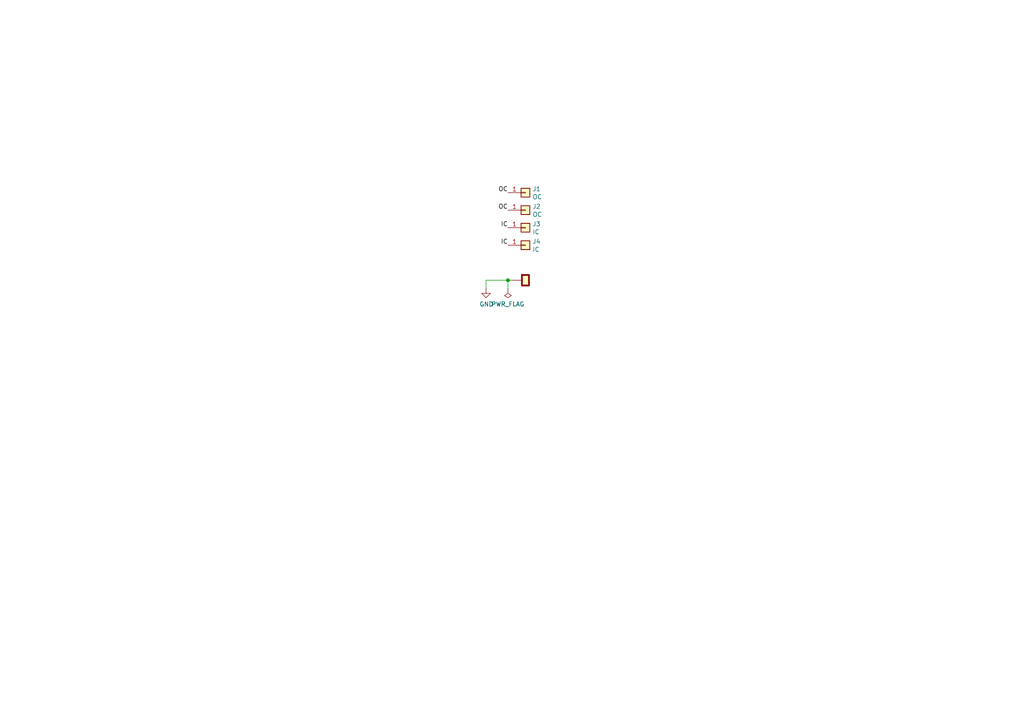
<source format=kicad_sch>
(kicad_sch (version 20211123) (generator eeschema)
  (paper "A4")
  (lib_symbols
    (symbol "Connector_Generic:Conn_01x01" (pin_names (offset 1.016) hide)
      (property "Reference" "J" (at 0 2.54 0))
      (property "Value" "Conn_01x01" (at 0 -2.54 0))
      (symbol "Conn_01x01_1_1"
        (rectangle (start -1.27 0.127) (end 0 -0.127) (stroke (width 0.1524)))
        (rectangle (start -1.27 1.27) (end 1.27 -1.27) (stroke (width 0.254)) (fill (type background)))
        (pin passive line (at -5.08 0 0) (length 3.81) (name "Pin_1") (number "1"))
      )
    )
    (symbol "cycfi_library:single_pad" (pin_numbers hide) (pin_names (offset 1.016) hide)
      (property "Reference" "H" (at 0 7.62 0))
      (symbol "single_pad_0_1"
        (rectangle (start -1.524 2.286) (end 1.524 0.254) (stroke (width 0.508)) (fill (type background)))
      )
      (symbol "single_pad_1_1"
        (pin input line (at 0 -2.54 90) (length 2.54) (name "1") (number "1"))
      )
    )
    (symbol "power:GND" (power) (pin_names (offset 0))
      (property "Value" "GND" (at 0 -3.81 0))
      (symbol "GND_0_1"
        (polyline (pts (xy 0 0) (xy 0 -1.27) (xy 1.27 -1.27) (xy 0 -2.54) (xy -1.27 -1.27) (xy 0 -1.27)))
      )
      (symbol "GND_1_1"
        (pin power_in line (at 0 0 270) (length 0) hide (name "GND") (number "1"))
      )
    )
    (symbol "power:PWR_FLAG" (power) (pin_numbers hide) (pin_names (offset 0) hide)
      (property "Value" "PWR_FLAG" (at 0 3.81 0))
      (symbol "PWR_FLAG_0_0"
        (pin power_out line (at 0 0 90) (length 0) (name "pwr") (number "1"))
      )
      (symbol "PWR_FLAG_0_1"
        (polyline (pts (xy 0 0) (xy 0 1.27) (xy -1.016 1.905) (xy 0 2.54) (xy 1.016 1.905) (xy 0 1.27)))
      )
    )
  )
  (junction (at 147.32 81.28))
  (wire (pts (xy 140.97 81.28) (xy 147.32 81.28)))
  (wire (pts (xy 140.97 81.28) (xy 140.97 83.82)))
  (wire (pts (xy 147.32 81.28) (xy 147.32 83.82)))
  (wire (pts (xy 147.32 81.28) (xy 148.59 81.28)))
  (label "IC" (at 147.32 71.12 180))
  (label "OC" (at 147.32 60.96 180))
  (label "OC" (at 147.32 55.88 180))
  (label "IC" (at 147.32 66.04 180))
  (symbol (lib_id "Connector_Generic:Conn_01x01") (at 152.4 60.96 0) (unit 1)
    (property "Reference" "J2" (at 154.432 59.8932 0) (effects (justify left)))
    (property "Value" "OC" (at 154.432 62.2046 0) (effects (justify left)))
    (property "Footprint" "cycfi_library:single-pad-1.52x1.52-th" (effects hide))
  )
  (symbol (lib_id "power:GND") (at 140.97 83.82 0) (unit 1)
    (property "Reference" "#PWR01" (effects hide))
    (property "Value" "GND" (at 141.097 88.2142 0))
  )
  (symbol (lib_id "power:PWR_FLAG") (at 147.32 83.82 180) (unit 1)
    (property "Reference" "#FLG01" (effects hide))
    (property "Value" "PWR_FLAG" (at 147.32 88.2142 0))
  )
  (symbol (lib_id "cycfi_library:single_pad") (at 151.13 81.28 270) (unit 1)
    (property "Reference" "H1" (effects hide))
    (property "Value" "single_pad" (effects hide))
    (property "Footprint" "xr_spectra_library:rail_slot_3.5" (effects hide))
  )
  (symbol (lib_id "Connector_Generic:Conn_01x01") (at 152.4 55.88 0) (unit 1)
    (property "Reference" "J1" (at 154.432 54.8132 0) (effects (justify left)))
    (property "Value" "OC" (at 154.432 57.1246 0) (effects (justify left)))
    (property "Footprint" "cycfi_library:single-pad-1.52x1.52-th" (effects hide))
  )
  (symbol (lib_id "Connector_Generic:Conn_01x01") (at 152.4 71.12 0) (unit 1)
    (property "Reference" "J4" (at 154.432 70.0532 0) (effects (justify left)))
    (property "Value" "IC" (at 154.432 72.3646 0) (effects (justify left)))
    (property "Footprint" "cycfi_library:single-pad-1.52x1.52-th" (effects hide))
  )
  (symbol (lib_id "Connector_Generic:Conn_01x01") (at 152.4 66.04 0) (unit 1)
    (property "Reference" "J3" (at 154.432 64.9732 0) (effects (justify left)))
    (property "Value" "IC" (at 154.432 67.2846 0) (effects (justify left)))
    (property "Footprint" "cycfi_library:single-pad-1.52x1.52-th" (effects hide))
  )
)
</source>
